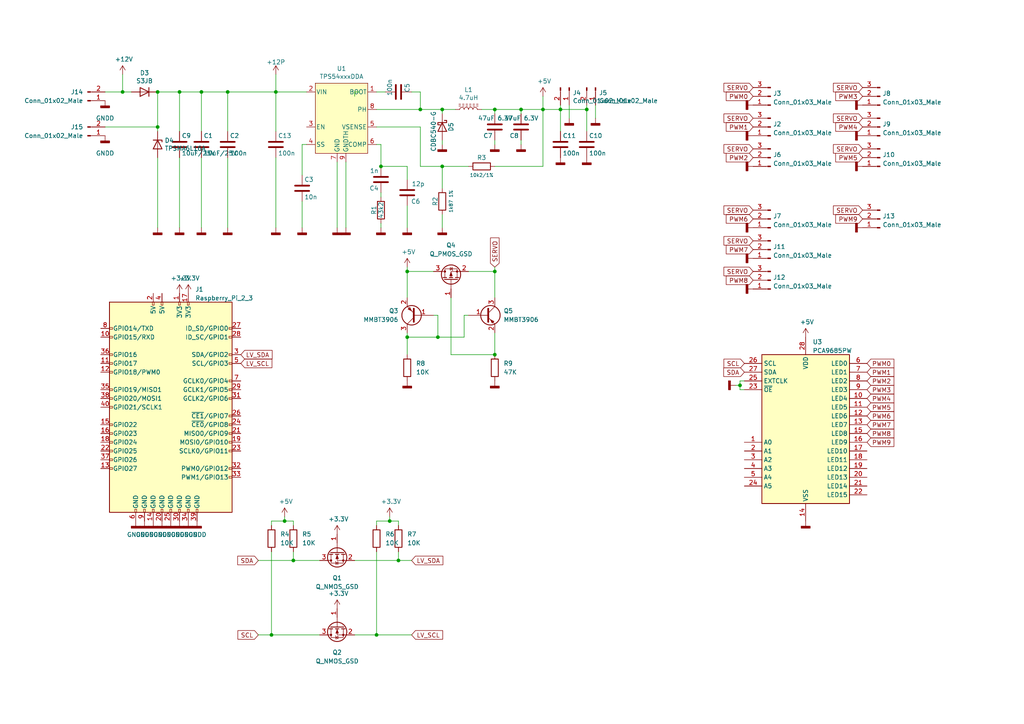
<source format=kicad_sch>
(kicad_sch (version 20211123) (generator eeschema)
  (paper "A4")
  (lib_symbols
    (symbol "Connector:Conn_01x02_Male" (pin_names (offset 1.016) hide)
      (property "Reference" "J" (at 0 2.54 0))
      (property "Value" "Conn_01x02_Male" (at 0 -5.08 0))
      (symbol "Conn_01x02_Male_1_1"
        (polyline (pts (xy 1.27 -2.54) (xy 0.8636 -2.54)) (stroke (width 0.1524)))
        (polyline (pts (xy 1.27 0) (xy 0.8636 0)) (stroke (width 0.1524)))
        (rectangle (start 0.8636 -2.413) (end 0 -2.667) (stroke (width 0.1524)) (fill (type outline)))
        (rectangle (start 0.8636 0.127) (end 0 -0.127) (stroke (width 0.1524)) (fill (type outline)))
        (pin passive line (at 5.08 0 180) (length 3.81) (name "Pin_1") (number "1"))
        (pin passive line (at 5.08 -2.54 180) (length 3.81) (name "Pin_2") (number "2"))
      )
    )
    (symbol "Connector:Conn_01x03_Male" (pin_names (offset 1.016) hide)
      (property "Reference" "J" (at 0 5.08 0))
      (property "Value" "Conn_01x03_Male" (at 0 -5.08 0))
      (symbol "Conn_01x03_Male_1_1"
        (polyline (pts (xy 1.27 -2.54) (xy 0.8636 -2.54)) (stroke (width 0.1524)))
        (polyline (pts (xy 1.27 0) (xy 0.8636 0)) (stroke (width 0.1524)))
        (polyline (pts (xy 1.27 2.54) (xy 0.8636 2.54)) (stroke (width 0.1524)))
        (rectangle (start 0.8636 -2.413) (end 0 -2.667) (stroke (width 0.1524)) (fill (type outline)))
        (rectangle (start 0.8636 0.127) (end 0 -0.127) (stroke (width 0.1524)) (fill (type outline)))
        (rectangle (start 0.8636 2.667) (end 0 2.413) (stroke (width 0.1524)) (fill (type outline)))
        (pin passive line (at 5.08 2.54 180) (length 3.81) (name "Pin_1") (number "1"))
        (pin passive line (at 5.08 0 180) (length 3.81) (name "Pin_2") (number "2"))
        (pin passive line (at 5.08 -2.54 180) (length 3.81) (name "Pin_3") (number "3"))
      )
    )
    (symbol "Connector:Raspberry_Pi_2_3" (pin_names (offset 1.016))
      (property "Reference" "J" (at -17.78 31.75 0))
      (property "Value" "Raspberry_Pi_2_3" (at 10.16 -31.75 0))
      (symbol "Raspberry_Pi_2_3_0_1"
        (rectangle (start -17.78 30.48) (end 17.78 -30.48) (stroke (width 0.254)) (fill (type background)))
      )
      (symbol "Raspberry_Pi_2_3_1_1"
        (rectangle (start -16.891 -17.526) (end -17.78 -18.034))
        (rectangle (start -16.891 -14.986) (end -17.78 -15.494))
        (rectangle (start -16.891 -12.446) (end -17.78 -12.954))
        (rectangle (start -16.891 -9.906) (end -17.78 -10.414))
        (rectangle (start -16.891 -7.366) (end -17.78 -7.874))
        (rectangle (start -16.891 -4.826) (end -17.78 -5.334))
        (rectangle (start -16.891 0.254) (end -17.78 -0.254))
        (rectangle (start -16.891 2.794) (end -17.78 2.286))
        (rectangle (start -16.891 5.334) (end -17.78 4.826))
        (rectangle (start -16.891 10.414) (end -17.78 9.906))
        (rectangle (start -16.891 12.954) (end -17.78 12.446))
        (rectangle (start -16.891 15.494) (end -17.78 14.986))
        (rectangle (start -16.891 20.574) (end -17.78 20.066))
        (rectangle (start -16.891 23.114) (end -17.78 22.606))
        (rectangle (start -10.414 -29.591) (end -9.906 -30.48))
        (rectangle (start -7.874 -29.591) (end -7.366 -30.48))
        (rectangle (start -5.334 -29.591) (end -4.826 -30.48))
        (rectangle (start -5.334 30.48) (end -4.826 29.591))
        (rectangle (start -2.794 -29.591) (end -2.286 -30.48))
        (rectangle (start -2.794 30.48) (end -2.286 29.591))
        (rectangle (start -0.254 -29.591) (end 0.254 -30.48))
        (rectangle (start 2.286 -29.591) (end 2.794 -30.48))
        (rectangle (start 2.286 30.48) (end 2.794 29.591))
        (rectangle (start 4.826 -29.591) (end 5.334 -30.48))
        (rectangle (start 4.826 30.48) (end 5.334 29.591))
        (rectangle (start 7.366 -29.591) (end 7.874 -30.48))
        (rectangle (start 17.78 -20.066) (end 16.891 -20.574))
        (rectangle (start 17.78 -17.526) (end 16.891 -18.034))
        (rectangle (start 17.78 -12.446) (end 16.891 -12.954))
        (rectangle (start 17.78 -9.906) (end 16.891 -10.414))
        (rectangle (start 17.78 -7.366) (end 16.891 -7.874))
        (rectangle (start 17.78 -4.826) (end 16.891 -5.334))
        (rectangle (start 17.78 -2.286) (end 16.891 -2.794))
        (rectangle (start 17.78 2.794) (end 16.891 2.286))
        (rectangle (start 17.78 5.334) (end 16.891 4.826))
        (rectangle (start 17.78 7.874) (end 16.891 7.366))
        (rectangle (start 17.78 12.954) (end 16.891 12.446))
        (rectangle (start 17.78 15.494) (end 16.891 14.986))
        (rectangle (start 17.78 20.574) (end 16.891 20.066))
        (rectangle (start 17.78 23.114) (end 16.891 22.606))
        (pin power_in line (at 2.54 33.02 270) (length 2.54) (name "3V3") (number "1"))
        (pin bidirectional line (at -20.32 20.32 0) (length 2.54) (name "GPIO15/RXD") (number "10"))
        (pin bidirectional line (at -20.32 12.7 0) (length 2.54) (name "GPIO17") (number "11"))
        (pin bidirectional line (at -20.32 10.16 0) (length 2.54) (name "GPIO18/PWM0") (number "12"))
        (pin bidirectional line (at -20.32 -17.78 0) (length 2.54) (name "GPIO27") (number "13"))
        (pin power_in line (at -5.08 -33.02 90) (length 2.54) (name "GND") (number "14"))
        (pin bidirectional line (at -20.32 -5.08 0) (length 2.54) (name "GPIO22") (number "15"))
        (pin bidirectional line (at -20.32 -7.62 0) (length 2.54) (name "GPIO23") (number "16"))
        (pin power_in line (at 5.08 33.02 270) (length 2.54) (name "3V3") (number "17"))
        (pin bidirectional line (at -20.32 -10.16 0) (length 2.54) (name "GPIO24") (number "18"))
        (pin bidirectional line (at 20.32 -10.16 180) (length 2.54) (name "MOSI0/GPIO10") (number "19"))
        (pin power_in line (at -5.08 33.02 270) (length 2.54) (name "5V") (number "2"))
        (pin power_in line (at -2.54 -33.02 90) (length 2.54) (name "GND") (number "20"))
        (pin bidirectional line (at 20.32 -7.62 180) (length 2.54) (name "MISO0/GPIO9") (number "21"))
        (pin bidirectional line (at -20.32 -12.7 0) (length 2.54) (name "GPIO25") (number "22"))
        (pin bidirectional line (at 20.32 -12.7 180) (length 2.54) (name "SCLK0/GPIO11") (number "23"))
        (pin bidirectional line (at 20.32 -5.08 180) (length 2.54) (name "~{CE0}/GPIO8") (number "24"))
        (pin power_in line (at 0 -33.02 90) (length 2.54) (name "GND") (number "25"))
        (pin bidirectional line (at 20.32 -2.54 180) (length 2.54) (name "~{CE1}/GPIO7") (number "26"))
        (pin bidirectional line (at 20.32 22.86 180) (length 2.54) (name "ID_SD/GPIO0") (number "27"))
        (pin bidirectional line (at 20.32 20.32 180) (length 2.54) (name "ID_SC/GPIO1") (number "28"))
        (pin bidirectional line (at 20.32 5.08 180) (length 2.54) (name "GCLK1/GPIO5") (number "29"))
        (pin bidirectional line (at 20.32 15.24 180) (length 2.54) (name "SDA/GPIO2") (number "3"))
        (pin power_in line (at 2.54 -33.02 90) (length 2.54) (name "GND") (number "30"))
        (pin bidirectional line (at 20.32 2.54 180) (length 2.54) (name "GCLK2/GPIO6") (number "31"))
        (pin bidirectional line (at 20.32 -17.78 180) (length 2.54) (name "PWM0/GPIO12") (number "32"))
        (pin bidirectional line (at 20.32 -20.32 180) (length 2.54) (name "PWM1/GPIO13") (number "33"))
        (pin power_in line (at 5.08 -33.02 90) (length 2.54) (name "GND") (number "34"))
        (pin bidirectional line (at -20.32 5.08 0) (length 2.54) (name "GPIO19/MISO1") (number "35"))
        (pin bidirectional line (at -20.32 15.24 0) (length 2.54) (name "GPIO16") (number "36"))
        (pin bidirectional line (at -20.32 -15.24 0) (length 2.54) (name "GPIO26") (number "37"))
        (pin bidirectional line (at -20.32 2.54 0) (length 2.54) (name "GPIO20/MOSI1") (number "38"))
        (pin power_in line (at 7.62 -33.02 90) (length 2.54) (name "GND") (number "39"))
        (pin power_in line (at -2.54 33.02 270) (length 2.54) (name "5V") (number "4"))
        (pin bidirectional line (at -20.32 0 0) (length 2.54) (name "GPIO21/SCLK1") (number "40"))
        (pin bidirectional line (at 20.32 12.7 180) (length 2.54) (name "SCL/GPIO3") (number "5"))
        (pin power_in line (at -10.16 -33.02 90) (length 2.54) (name "GND") (number "6"))
        (pin bidirectional line (at 20.32 7.62 180) (length 2.54) (name "GCLK0/GPIO4") (number "7"))
        (pin bidirectional line (at -20.32 22.86 0) (length 2.54) (name "GPIO14/TXD") (number "8"))
        (pin power_in line (at -7.62 -33.02 90) (length 2.54) (name "GND") (number "9"))
      )
    )
    (symbol "Device:C" (pin_numbers hide) (pin_names (offset 0.254))
      (property "Reference" "C" (at 0.635 2.54 0))
      (property "Value" "C" (at 0.635 -2.54 0))
      (symbol "C_0_1"
        (polyline (pts (xy -2.032 -0.762) (xy 2.032 -0.762)) (stroke (width 0.508)))
        (polyline (pts (xy -2.032 0.762) (xy 2.032 0.762)) (stroke (width 0.508)))
      )
      (symbol "C_1_1"
        (pin passive line (at 0 3.81 270) (length 2.794) (name "~") (number "1"))
        (pin passive line (at 0 -3.81 90) (length 2.794) (name "~") (number "2"))
      )
    )
    (symbol "Device:D" (pin_numbers hide) (pin_names (offset 1.016) hide)
      (property "Reference" "D" (at 0 2.54 0))
      (property "Value" "D" (at 0 -2.54 0))
      (symbol "D_0_1"
        (polyline (pts (xy -1.27 1.27) (xy -1.27 -1.27)) (stroke (width 0.254)))
        (polyline (pts (xy 1.27 0) (xy -1.27 0)))
        (polyline (pts (xy 1.27 1.27) (xy 1.27 -1.27) (xy -1.27 0) (xy 1.27 1.27)) (stroke (width 0.254)))
      )
      (symbol "D_1_1"
        (pin passive line (at -3.81 0 0) (length 2.54) (name "K") (number "1"))
        (pin passive line (at 3.81 0 180) (length 2.54) (name "A") (number "2"))
      )
    )
    (symbol "Device:D_Schottky" (pin_numbers hide) (pin_names (offset 1.016) hide)
      (property "Reference" "D" (at 0 2.54 0))
      (property "Value" "D_Schottky" (at 0 -2.54 0))
      (symbol "D_Schottky_0_1"
        (polyline (pts (xy 1.27 0) (xy -1.27 0)))
        (polyline (pts (xy 1.27 1.27) (xy 1.27 -1.27) (xy -1.27 0) (xy 1.27 1.27)) (stroke (width 0.254)))
        (polyline (pts (xy -1.905 0.635) (xy -1.905 1.27) (xy -1.27 1.27) (xy -1.27 -1.27) (xy -0.635 -1.27) (xy -0.635 -0.635)) (stroke (width 0.254)))
      )
      (symbol "D_Schottky_1_1"
        (pin passive line (at -3.81 0 0) (length 2.54) (name "K") (number "1"))
        (pin passive line (at 3.81 0 180) (length 2.54) (name "A") (number "2"))
      )
    )
    (symbol "Device:D_Zener" (pin_numbers hide) (pin_names (offset 1.016) hide)
      (property "Reference" "D" (at 0 2.54 0))
      (property "Value" "D_Zener" (at 0 -2.54 0))
      (symbol "D_Zener_0_1"
        (polyline (pts (xy 1.27 0) (xy -1.27 0)))
        (polyline (pts (xy -1.27 -1.27) (xy -1.27 1.27) (xy -0.762 1.27)) (stroke (width 0.254)))
        (polyline (pts (xy 1.27 -1.27) (xy 1.27 1.27) (xy -1.27 0) (xy 1.27 -1.27)) (stroke (width 0.254)))
      )
      (symbol "D_Zener_1_1"
        (pin passive line (at -3.81 0 0) (length 2.54) (name "K") (number "1"))
        (pin passive line (at 3.81 0 180) (length 2.54) (name "A") (number "2"))
      )
    )
    (symbol "Device:L_Ferrite" (pin_numbers hide) (pin_names (offset 1.016) hide)
      (property "Reference" "L" (at -1.27 0 90))
      (property "Value" "L_Ferrite" (at 2.794 0 90))
      (symbol "L_Ferrite_0_1"
        (arc (start 0 -2.54) (mid 0.635 -1.905) (end 0 -1.27))
        (arc (start 0 -1.27) (mid 0.635 -0.635) (end 0 0))
        (polyline (pts (xy 1.016 -2.794) (xy 1.016 -2.286)))
        (polyline (pts (xy 1.016 -1.778) (xy 1.016 -1.27)))
        (polyline (pts (xy 1.016 -0.762) (xy 1.016 -0.254)))
        (polyline (pts (xy 1.016 0.254) (xy 1.016 0.762)))
        (polyline (pts (xy 1.016 1.27) (xy 1.016 1.778)))
        (polyline (pts (xy 1.016 2.286) (xy 1.016 2.794)))
        (polyline (pts (xy 1.524 -2.286) (xy 1.524 -2.794)))
        (polyline (pts (xy 1.524 -1.27) (xy 1.524 -1.778)))
        (polyline (pts (xy 1.524 -0.254) (xy 1.524 -0.762)))
        (polyline (pts (xy 1.524 0.762) (xy 1.524 0.254)))
        (polyline (pts (xy 1.524 1.778) (xy 1.524 1.27)))
        (polyline (pts (xy 1.524 2.794) (xy 1.524 2.286)))
        (arc (start 0 0) (mid 0.635 0.635) (end 0 1.27))
        (arc (start 0 1.27) (mid 0.635 1.905) (end 0 2.54))
      )
      (symbol "L_Ferrite_1_1"
        (pin passive line (at 0 3.81 270) (length 1.27) (name "1") (number "1"))
        (pin passive line (at 0 -3.81 90) (length 1.27) (name "2") (number "2"))
      )
    )
    (symbol "Device:Q_NMOS_GSD" (pin_names (offset 0) hide)
      (property "Reference" "Q" (at 5.08 1.27 0))
      (property "Value" "Q_NMOS_GSD" (at 5.08 -1.27 0))
      (symbol "Q_NMOS_GSD_0_1"
        (polyline (pts (xy 0.254 0) (xy -2.54 0)))
        (polyline (pts (xy 0.254 1.905) (xy 0.254 -1.905)) (stroke (width 0.254)))
        (polyline (pts (xy 0.762 -1.27) (xy 0.762 -2.286)) (stroke (width 0.254)))
        (polyline (pts (xy 0.762 0.508) (xy 0.762 -0.508)) (stroke (width 0.254)))
        (polyline (pts (xy 0.762 2.286) (xy 0.762 1.27)) (stroke (width 0.254)))
        (polyline (pts (xy 2.54 2.54) (xy 2.54 1.778)))
        (polyline (pts (xy 2.54 -2.54) (xy 2.54 0) (xy 0.762 0)))
        (polyline (pts (xy 0.762 -1.778) (xy 3.302 -1.778) (xy 3.302 1.778) (xy 0.762 1.778)))
        (polyline (pts (xy 1.016 0) (xy 2.032 0.381) (xy 2.032 -0.381) (xy 1.016 0)) (fill (type outline)))
        (polyline (pts (xy 2.794 0.508) (xy 2.921 0.381) (xy 3.683 0.381) (xy 3.81 0.254)))
        (polyline (pts (xy 3.302 0.381) (xy 2.921 -0.254) (xy 3.683 -0.254) (xy 3.302 0.381)))
        (circle (center 1.651 0) (radius 2.794) (stroke (width 0.254)))
        (circle (center 2.54 -1.778) (radius 0.254) (fill (type outline)))
        (circle (center 2.54 1.778) (radius 0.254) (fill (type outline)))
      )
      (symbol "Q_NMOS_GSD_1_1"
        (pin input line (at -5.08 0 0) (length 2.54) (name "G") (number "1"))
        (pin passive line (at 2.54 -5.08 90) (length 2.54) (name "S") (number "2"))
        (pin passive line (at 2.54 5.08 270) (length 2.54) (name "D") (number "3"))
      )
    )
    (symbol "Device:Q_PMOS_GSD" (pin_names (offset 0) hide)
      (property "Reference" "Q" (at 5.08 1.27 0))
      (property "Value" "Q_PMOS_GSD" (at 5.08 -1.27 0))
      (symbol "Q_PMOS_GSD_0_1"
        (polyline (pts (xy 0.254 0) (xy -2.54 0)))
        (polyline (pts (xy 0.254 1.905) (xy 0.254 -1.905)) (stroke (width 0.254)))
        (polyline (pts (xy 0.762 -1.27) (xy 0.762 -2.286)) (stroke (width 0.254)))
        (polyline (pts (xy 0.762 0.508) (xy 0.762 -0.508)) (stroke (width 0.254)))
        (polyline (pts (xy 0.762 2.286) (xy 0.762 1.27)) (stroke (width 0.254)))
        (polyline (pts (xy 2.54 2.54) (xy 2.54 1.778)))
        (polyline (pts (xy 2.54 -2.54) (xy 2.54 0) (xy 0.762 0)))
        (polyline (pts (xy 0.762 1.778) (xy 3.302 1.778) (xy 3.302 -1.778) (xy 0.762 -1.778)))
        (polyline (pts (xy 2.286 0) (xy 1.27 0.381) (xy 1.27 -0.381) (xy 2.286 0)) (fill (type outline)))
        (polyline (pts (xy 2.794 -0.508) (xy 2.921 -0.381) (xy 3.683 -0.381) (xy 3.81 -0.254)))
        (polyline (pts (xy 3.302 -0.381) (xy 2.921 0.254) (xy 3.683 0.254) (xy 3.302 -0.381)))
        (circle (center 1.651 0) (radius 2.794) (stroke (width 0.254)))
        (circle (center 2.54 -1.778) (radius 0.254) (fill (type outline)))
        (circle (center 2.54 1.778) (radius 0.254) (fill (type outline)))
      )
      (symbol "Q_PMOS_GSD_1_1"
        (pin input line (at -5.08 0 0) (length 2.54) (name "G") (number "1"))
        (pin passive line (at 2.54 -5.08 90) (length 2.54) (name "S") (number "2"))
        (pin passive line (at 2.54 5.08 270) (length 2.54) (name "D") (number "3"))
      )
    )
    (symbol "Device:R" (pin_numbers hide) (pin_names (offset 0))
      (property "Reference" "R" (at 2.032 0 90))
      (property "Value" "R" (at 0 0 90))
      (symbol "R_0_1"
        (rectangle (start -1.016 -2.54) (end 1.016 2.54) (stroke (width 0.254)))
      )
      (symbol "R_1_1"
        (pin passive line (at 0 3.81 270) (length 1.27) (name "~") (number "1"))
        (pin passive line (at 0 -3.81 90) (length 1.27) (name "~") (number "2"))
      )
    )
    (symbol "Driver_LED:PCA9685PW"
      (property "Reference" "U" (at -12.7 22.225 0))
      (property "Value" "PCA9685PW" (at 1.27 22.225 0))
      (symbol "PCA9685PW_0_1"
        (rectangle (start -12.7 20.32) (end 12.7 -22.86) (stroke (width 0.254)) (fill (type background)))
      )
      (symbol "PCA9685PW_1_1"
        (pin input line (at -17.78 -5.08 0) (length 5.08) (name "A0") (number "1"))
        (pin output line (at 17.78 7.62 180) (length 5.08) (name "LED4") (number "10"))
        (pin output line (at 17.78 5.08 180) (length 5.08) (name "LED5") (number "11"))
        (pin output line (at 17.78 2.54 180) (length 5.08) (name "LED6") (number "12"))
        (pin output line (at 17.78 0 180) (length 5.08) (name "LED7") (number "13"))
        (pin power_in line (at 0 -27.94 90) (length 5.08) (name "VSS") (number "14"))
        (pin output line (at 17.78 -2.54 180) (length 5.08) (name "LED8") (number "15"))
        (pin output line (at 17.78 -5.08 180) (length 5.08) (name "LED9") (number "16"))
        (pin output line (at 17.78 -7.62 180) (length 5.08) (name "LED10") (number "17"))
        (pin output line (at 17.78 -10.16 180) (length 5.08) (name "LED11") (number "18"))
        (pin output line (at 17.78 -12.7 180) (length 5.08) (name "LED12") (number "19"))
        (pin input line (at -17.78 -7.62 0) (length 5.08) (name "A1") (number "2"))
        (pin output line (at 17.78 -15.24 180) (length 5.08) (name "LED13") (number "20"))
        (pin output line (at 17.78 -17.78 180) (length 5.08) (name "LED14") (number "21"))
        (pin output line (at 17.78 -20.32 180) (length 5.08) (name "LED15") (number "22"))
        (pin input line (at -17.78 10.16 0) (length 5.08) (name "~{OE}") (number "23"))
        (pin input line (at -17.78 -17.78 0) (length 5.08) (name "A5") (number "24"))
        (pin input line (at -17.78 12.7 0) (length 5.08) (name "EXTCLK") (number "25"))
        (pin input line (at -17.78 17.78 0) (length 5.08) (name "SCL") (number "26"))
        (pin bidirectional line (at -17.78 15.24 0) (length 5.08) (name "SDA") (number "27"))
        (pin power_in line (at 0 25.4 270) (length 5.08) (name "VDD") (number "28"))
        (pin input line (at -17.78 -10.16 0) (length 5.08) (name "A2") (number "3"))
        (pin input line (at -17.78 -12.7 0) (length 5.08) (name "A3") (number "4"))
        (pin input line (at -17.78 -15.24 0) (length 5.08) (name "A4") (number "5"))
        (pin output line (at 17.78 17.78 180) (length 5.08) (name "LED0") (number "6"))
        (pin output line (at 17.78 15.24 180) (length 5.08) (name "LED1") (number "7"))
        (pin output line (at 17.78 12.7 180) (length 5.08) (name "LED2") (number "8"))
        (pin output line (at 17.78 10.16 180) (length 5.08) (name "LED3") (number "9"))
      )
    )
    (symbol "GNDD_1" (power) (pin_names (offset 0))
      (property "Value" "GNDD_1" (at 0 -3.175 0))
      (symbol "GNDD_1_0_1"
        (rectangle (start -1.27 -1.524) (end 1.27 -2.032) (stroke (width 0.254)) (fill (type outline)))
        (polyline (pts (xy 0 0) (xy 0 -1.524)))
      )
      (symbol "GNDD_1_1_1"
        (pin power_in line (at 0 0 270) (length 0) hide (name "GNDD") (number "1"))
      )
    )
    (symbol "Transistor_BJT:MMBT3906" (pin_names (offset 0) hide)
      (property "Reference" "Q" (at 5.08 1.905 0))
      (property "Value" "MMBT3906" (at 5.08 0 0))
      (symbol "MMBT3906_0_1"
        (polyline (pts (xy 0.635 0.635) (xy 2.54 2.54)))
        (polyline (pts (xy 0.635 -0.635) (xy 2.54 -2.54) (xy 2.54 -2.54)))
        (polyline (pts (xy 0.635 1.905) (xy 0.635 -1.905) (xy 0.635 -1.905)) (stroke (width 0.508)))
        (polyline (pts (xy 2.286 -1.778) (xy 1.778 -2.286) (xy 1.27 -1.27) (xy 2.286 -1.778) (xy 2.286 -1.778)) (fill (type outline)))
        (circle (center 1.27 0) (radius 2.8194) (stroke (width 0.254)))
      )
      (symbol "MMBT3906_1_1"
        (pin input line (at -5.08 0 0) (length 5.715) (name "B") (number "1"))
        (pin passive line (at 2.54 -5.08 90) (length 2.54) (name "E") (number "2"))
        (pin passive line (at 2.54 5.08 270) (length 2.54) (name "C") (number "3"))
      )
    )
    (symbol "power:+12P" (power) (pin_names (offset 0))
      (property "Value" "+12P" (at 0 3.556 0))
      (symbol "+12P_0_1"
        (polyline (pts (xy -0.762 1.27) (xy 0 2.54)))
        (polyline (pts (xy 0 0) (xy 0 2.54)))
        (polyline (pts (xy 0 2.54) (xy 0.762 1.27)))
      )
      (symbol "+12P_1_1"
        (pin power_in line (at 0 0 90) (length 0) hide (name "+12P") (number "1"))
      )
    )
    (symbol "power:+12V" (power) (pin_names (offset 0))
      (property "Value" "+12V" (at 0 3.556 0))
      (symbol "+12V_0_1"
        (polyline (pts (xy -0.762 1.27) (xy 0 2.54)))
        (polyline (pts (xy 0 0) (xy 0 2.54)))
        (polyline (pts (xy 0 2.54) (xy 0.762 1.27)))
      )
      (symbol "+12V_1_1"
        (pin power_in line (at 0 0 90) (length 0) hide (name "+12V") (number "1"))
      )
    )
    (symbol "power:+3.3V" (power) (pin_names (offset 0))
      (property "Value" "+3.3V" (at 0 3.556 0))
      (symbol "+3.3V_0_1"
        (polyline (pts (xy -0.762 1.27) (xy 0 2.54)))
        (polyline (pts (xy 0 0) (xy 0 2.54)))
        (polyline (pts (xy 0 2.54) (xy 0.762 1.27)))
      )
      (symbol "+3.3V_1_1"
        (pin power_in line (at 0 0 90) (length 0) hide (name "+3.3V") (number "1"))
      )
    )
    (symbol "power:+5V" (power) (pin_names (offset 0))
      (property "Value" "+5V" (at 0 3.556 0))
      (symbol "+5V_0_1"
        (polyline (pts (xy -0.762 1.27) (xy 0 2.54)))
        (polyline (pts (xy 0 0) (xy 0 2.54)))
        (polyline (pts (xy 0 2.54) (xy 0.762 1.27)))
      )
      (symbol "+5V_1_1"
        (pin power_in line (at 0 0 90) (length 0) hide (name "+5V") (number "1"))
      )
    )
    (symbol "power:GNDD" (power) (pin_names (offset 0))
      (property "Value" "GNDD" (at 0 -3.175 0))
      (symbol "GNDD_0_1"
        (rectangle (start -1.27 -1.524) (end 1.27 -2.032) (stroke (width 0.254)) (fill (type outline)))
        (polyline (pts (xy 0 0) (xy 0 -1.524)))
      )
      (symbol "GNDD_1_1"
        (pin power_in line (at 0 0 270) (length 0) hide (name "GNDD") (number "1"))
      )
    )
    (symbol "tps54531dda:TPS54531DDA" (pin_names (offset 0.254))
      (property "Reference" "U" (at -7.62 11.43 0))
      (property "Value" "TPS54531DDA" (at -7.62 8.89 0))
      (symbol "TPS54531DDA_0_1"
        (rectangle (start -7.62 7.62) (end 7.62 -12.7) (fill (type background)))
      )
      (symbol "TPS54531DDA_1_1"
        (pin input line (at 10.16 5.08 180) (length 2.54) (name "BOOT") (number "1"))
        (pin power_in line (at -10.16 5.08 0) (length 2.54) (name "VIN") (number "2"))
        (pin input line (at -10.16 -5.08 0) (length 2.54) (name "EN") (number "3"))
        (pin input line (at -10.16 -10.16 0) (length 2.54) (name "SS") (number "4"))
        (pin input line (at 10.16 -5.08 180) (length 2.54) (name "VSENSE") (number "5"))
        (pin passive line (at 10.16 -10.16 180) (length 2.54) (name "COMP") (number "6"))
        (pin power_in line (at -1.27 -15.24 90) (length 2.54) (name "GND") (number "7"))
        (pin output line (at 10.16 0 180) (length 2.54) (name "PH") (number "8"))
        (pin power_in line (at 1.27 -15.24 90) (length 2.54) (name "GNDTH") (number "9"))
      )
    )
  )
  (junction (at 80.01 26.67))
  (junction (at 85.09 162.56))
  (junction (at 109.22 184.15))
  (junction (at 170.18 31.75))
  (junction (at 82.55 151.13))
  (junction (at 157.48 31.75))
  (junction (at 110.49 48.26))
  (junction (at 143.51 31.75))
  (junction (at 45.72 36.83))
  (junction (at 151.13 31.75))
  (junction (at 78.74 184.15))
  (junction (at 128.27 48.26))
  (junction (at 52.07 26.67))
  (junction (at 66.04 26.67))
  (junction (at 118.11 97.79))
  (junction (at 162.56 31.75))
  (junction (at 45.72 26.67))
  (junction (at 143.51 102.87))
  (junction (at 115.57 162.56))
  (junction (at 121.92 31.75))
  (junction (at 128.27 31.75))
  (junction (at 118.11 78.74))
  (junction (at 127 97.79))
  (junction (at 58.42 26.67))
  (junction (at 143.51 78.74))
  (junction (at 113.03 151.13))
  (junction (at 214.63 111.76))
  (junction (at 35.56 26.67))
  (wire (pts (xy 121.92 31.75) (xy 128.27 31.75)))
  (wire (pts (xy 113.03 151.13) (xy 115.57 151.13)))
  (wire (pts (xy 78.74 151.13) (xy 82.55 151.13)))
  (wire (pts (xy 128.27 31.75) (xy 128.27 33.02)))
  (wire (pts (xy 127 91.44) (xy 127 97.79)))
  (wire (pts (xy 119.38 26.67) (xy 121.92 26.67)))
  (wire (pts (xy 214.63 111.76) (xy 214.63 113.03)))
  (wire (pts (xy 143.51 96.52) (xy 143.51 102.87)))
  (wire (pts (xy 165.1 34.29) (xy 165.1 30.48)))
  (wire (pts (xy 82.55 151.13) (xy 85.09 151.13)))
  (wire (pts (xy 128.27 31.75) (xy 132.08 31.75)))
  (wire (pts (xy 102.87 184.15) (xy 109.22 184.15)))
  (wire (pts (xy 35.56 26.67) (xy 38.1 26.67)))
  (wire (pts (xy 172.72 34.29) (xy 172.72 30.48)))
  (wire (pts (xy 162.56 30.48) (xy 162.56 31.75)))
  (wire (pts (xy 30.48 26.67) (xy 35.56 26.67)))
  (wire (pts (xy 143.51 41.91) (xy 143.51 40.64)))
  (wire (pts (xy 82.55 149.86) (xy 82.55 151.13)))
  (wire (pts (xy 143.51 102.87) (xy 130.81 102.87)))
  (wire (pts (xy 45.72 45.72) (xy 45.72 66.04)))
  (wire (pts (xy 143.51 31.75) (xy 151.13 31.75)))
  (wire (pts (xy 58.42 26.67) (xy 66.04 26.67)))
  (wire (pts (xy 85.09 162.56) (xy 92.71 162.56)))
  (wire (pts (xy 80.01 26.67) (xy 88.9 26.67)))
  (wire (pts (xy 162.56 31.75) (xy 162.56 38.1)))
  (wire (pts (xy 102.87 26.67) (xy 104.14 26.67)))
  (wire (pts (xy 52.07 26.67) (xy 58.42 26.67)))
  (wire (pts (xy 58.42 26.67) (xy 58.42 38.1)))
  (wire (pts (xy 45.72 26.67) (xy 45.72 36.83)))
  (wire (pts (xy 35.56 21.59) (xy 35.56 26.67)))
  (wire (pts (xy 118.11 96.52) (xy 118.11 97.79)))
  (wire (pts (xy 109.22 151.13) (xy 113.03 151.13)))
  (wire (pts (xy 80.01 21.59) (xy 80.01 26.67)))
  (wire (pts (xy 128.27 66.04) (xy 128.27 62.23)))
  (wire (pts (xy 135.89 48.26) (xy 128.27 48.26)))
  (wire (pts (xy 78.74 160.02) (xy 78.74 184.15)))
  (wire (pts (xy 128.27 54.61) (xy 128.27 48.26)))
  (wire (pts (xy 115.57 162.56) (xy 119.38 162.56)))
  (wire (pts (xy 118.11 59.69) (xy 118.11 66.04)))
  (wire (pts (xy 113.03 149.86) (xy 113.03 151.13)))
  (wire (pts (xy 118.11 78.74) (xy 125.73 78.74)))
  (wire (pts (xy 102.87 27.94) (xy 102.87 26.67)))
  (wire (pts (xy 118.11 48.26) (xy 110.49 48.26)))
  (wire (pts (xy 128.27 41.91) (xy 128.27 40.64)))
  (wire (pts (xy 134.62 91.44) (xy 135.89 91.44)))
  (wire (pts (xy 118.11 97.79) (xy 127 97.79)))
  (wire (pts (xy 118.11 48.26) (xy 118.11 52.07)))
  (wire (pts (xy 143.51 77.47) (xy 143.51 78.74)))
  (wire (pts (xy 134.62 97.79) (xy 134.62 91.44)))
  (wire (pts (xy 109.22 26.67) (xy 111.76 26.67)))
  (wire (pts (xy 118.11 97.79) (xy 118.11 102.87)))
  (wire (pts (xy 215.9 110.49) (xy 214.63 110.49)))
  (wire (pts (xy 97.79 46.99) (xy 97.79 66.04)))
  (wire (pts (xy 139.7 31.75) (xy 143.51 31.75)))
  (wire (pts (xy 162.56 31.75) (xy 170.18 31.75)))
  (wire (pts (xy 170.18 30.48) (xy 170.18 31.75)))
  (wire (pts (xy 52.07 45.72) (xy 52.07 66.04)))
  (wire (pts (xy 66.04 38.1) (xy 66.04 26.67)))
  (wire (pts (xy 135.89 78.74) (xy 143.51 78.74)))
  (wire (pts (xy 214.63 110.49) (xy 214.63 111.76)))
  (wire (pts (xy 30.48 36.83) (xy 45.72 36.83)))
  (wire (pts (xy 58.42 45.72) (xy 58.42 66.04)))
  (wire (pts (xy 100.33 46.99) (xy 100.33 66.04)))
  (wire (pts (xy 87.63 58.42) (xy 87.63 66.04)))
  (wire (pts (xy 80.01 45.72) (xy 80.01 66.04)))
  (wire (pts (xy 66.04 45.72) (xy 66.04 66.04)))
  (wire (pts (xy 118.11 86.36) (xy 118.11 78.74)))
  (wire (pts (xy 45.72 36.83) (xy 45.72 38.1)))
  (wire (pts (xy 121.92 26.67) (xy 121.92 31.75)))
  (wire (pts (xy 151.13 31.75) (xy 157.48 31.75)))
  (wire (pts (xy 143.51 48.26) (xy 157.48 48.26)))
  (wire (pts (xy 130.81 102.87) (xy 130.81 86.36)))
  (wire (pts (xy 85.09 160.02) (xy 85.09 162.56)))
  (wire (pts (xy 151.13 41.91) (xy 151.13 40.64)))
  (wire (pts (xy 110.49 64.77) (xy 110.49 66.04)))
  (wire (pts (xy 109.22 41.91) (xy 110.49 41.91)))
  (wire (pts (xy 110.49 55.88) (xy 110.49 57.15)))
  (wire (pts (xy 121.92 36.83) (xy 121.92 48.26)))
  (wire (pts (xy 115.57 151.13) (xy 115.57 152.4)))
  (wire (pts (xy 109.22 152.4) (xy 109.22 151.13)))
  (wire (pts (xy 213.36 111.76) (xy 214.63 111.76)))
  (wire (pts (xy 66.04 26.67) (xy 80.01 26.67)))
  (wire (pts (xy 80.01 38.1) (xy 80.01 26.67)))
  (wire (pts (xy 45.72 26.67) (xy 52.07 26.67)))
  (wire (pts (xy 151.13 33.02) (xy 151.13 31.75)))
  (wire (pts (xy 143.51 78.74) (xy 143.51 86.36)))
  (wire (pts (xy 110.49 41.91) (xy 110.49 48.26)))
  (wire (pts (xy 157.48 31.75) (xy 157.48 48.26)))
  (wire (pts (xy 125.73 91.44) (xy 127 91.44)))
  (wire (pts (xy 109.22 184.15) (xy 119.38 184.15)))
  (wire (pts (xy 74.93 184.15) (xy 78.74 184.15)))
  (wire (pts (xy 157.48 27.94) (xy 157.48 31.75)))
  (wire (pts (xy 78.74 184.15) (xy 92.71 184.15)))
  (wire (pts (xy 157.48 31.75) (xy 162.56 31.75)))
  (wire (pts (xy 115.57 160.02) (xy 115.57 162.56)))
  (wire (pts (xy 121.92 48.26) (xy 128.27 48.26)))
  (wire (pts (xy 78.74 152.4) (xy 78.74 151.13)))
  (wire (pts (xy 109.22 160.02) (xy 109.22 184.15)))
  (wire (pts (xy 102.87 162.56) (xy 115.57 162.56)))
  (wire (pts (xy 74.93 162.56) (xy 85.09 162.56)))
  (wire (pts (xy 127 97.79) (xy 134.62 97.79)))
  (wire (pts (xy 87.63 41.91) (xy 87.63 50.8)))
  (wire (pts (xy 109.22 31.75) (xy 121.92 31.75)))
  (wire (pts (xy 52.07 26.67) (xy 52.07 38.1)))
  (wire (pts (xy 118.11 77.47) (xy 118.11 78.74)))
  (wire (pts (xy 143.51 33.02) (xy 143.51 31.75)))
  (wire (pts (xy 214.63 113.03) (xy 215.9 113.03)))
  (wire (pts (xy 88.9 41.91) (xy 87.63 41.91)))
  (wire (pts (xy 85.09 151.13) (xy 85.09 152.4)))
  (wire (pts (xy 170.18 31.75) (xy 170.18 38.1)))
  (wire (pts (xy 109.22 36.83) (xy 121.92 36.83)))
  (global_label "PWM5" (shape input) (at 250.19 45.72 180) (property "Intersheet References" "${INTERSHEET_REFS}" (effects hide)))
  (global_label "SERVO" (shape input) (at 218.44 43.18 180) (property "Intersheet References" "${INTERSHEET_REFS}" (effects hide)))
  (global_label "PWM1" (shape input) (at 218.44 36.83 180) (property "Intersheet References" "${INTERSHEET_REFS}" (effects hide)))
  (global_label "PWM6" (shape input) (at 218.44 63.5 180) (property "Intersheet References" "${INTERSHEET_REFS}" (effects hide)))
  (global_label "SDA" (shape input) (at 74.93 162.56 180) (property "Intersheet References" "${INTERSHEET_REFS}" (effects hide)))
  (global_label "SERVO" (shape input) (at 143.51 77.47 90) (property "Intersheet References" "${INTERSHEET_REFS}" (effects hide)))
  (global_label "SERVO" (shape input) (at 218.44 25.4 180) (property "Intersheet References" "${INTERSHEET_REFS}" (effects hide)))
  (global_label "SCL" (shape input) (at 74.93 184.15 180) (property "Intersheet References" "${INTERSHEET_REFS}" (effects hide)))
  (global_label "LV_SDA" (shape input) (at 119.38 162.56 0) (property "Intersheet References" "${INTERSHEET_REFS}" (effects hide)))
  (global_label "PWM0" (shape input) (at 218.44 27.94 180) (property "Intersheet References" "${INTERSHEET_REFS}" (effects hide)))
  (global_label "SERVO" (shape input) (at 218.44 78.74 180) (property "Intersheet References" "${INTERSHEET_REFS}" (effects hide)))
  (global_label "PWM4" (shape input) (at 250.19 36.83 180) (property "Intersheet References" "${INTERSHEET_REFS}" (effects hide)))
  (global_label "SERVO" (shape input) (at 218.44 69.85 180) (property "Intersheet References" "${INTERSHEET_REFS}" (effects hide)))
  (global_label "PWM2" (shape input) (at 251.46 110.49 0) (property "Intersheet References" "${INTERSHEET_REFS}" (effects hide)))
  (global_label "PWM6" (shape input) (at 251.46 120.65 0) (property "Intersheet References" "${INTERSHEET_REFS}" (effects hide)))
  (global_label "PWM1" (shape input) (at 251.46 107.95 0) (property "Intersheet References" "${INTERSHEET_REFS}" (effects hide)))
  (global_label "SCL" (shape input) (at 215.9 105.41 180) (property "Intersheet References" "${INTERSHEET_REFS}" (effects hide)))
  (global_label "PWM5" (shape input) (at 251.46 118.11 0) (property "Intersheet References" "${INTERSHEET_REFS}" (effects hide)))
  (global_label "PWM8" (shape input) (at 251.46 125.73 0) (property "Intersheet References" "${INTERSHEET_REFS}" (effects hide)))
  (global_label "SERVO" (shape input) (at 250.19 25.4 180) (property "Intersheet References" "${INTERSHEET_REFS}" (effects hide)))
  (global_label "PWM3" (shape input) (at 251.46 113.03 0) (property "Intersheet References" "${INTERSHEET_REFS}" (effects hide)))
  (global_label "PWM9" (shape input) (at 251.46 128.27 0) (property "Intersheet References" "${INTERSHEET_REFS}" (effects hide)))
  (global_label "LV_SDA" (shape input) (at 69.85 102.87 0) (property "Intersheet References" "${INTERSHEET_REFS}" (effects hide)))
  (global_label "LV_SCL" (shape input) (at 69.85 105.41 0) (property "Intersheet References" "${INTERSHEET_REFS}" (effects hide)))
  (global_label "LV_SCL" (shape input) (at 119.38 184.15 0) (property "Intersheet References" "${INTERSHEET_REFS}" (effects hide)))
  (global_label "SERVO" (shape input) (at 218.44 60.96 180) (property "Intersheet References" "${INTERSHEET_REFS}" (effects hide)))
  (global_label "PWM2" (shape input) (at 218.44 45.72 180) (property "Intersheet References" "${INTERSHEET_REFS}" (effects hide)))
  (global_label "PWM4" (shape input) (at 251.46 115.57 0) (property "Intersheet References" "${INTERSHEET_REFS}" (effects hide)))
  (global_label "PWM8" (shape input) (at 218.44 81.28 180) (property "Intersheet References" "${INTERSHEET_REFS}" (effects hide)))
  (global_label "SERVO" (shape input) (at 218.44 34.29 180) (property "Intersheet References" "${INTERSHEET_REFS}" (effects hide)))
  (global_label "PWM7" (shape input) (at 218.44 72.39 180) (property "Intersheet References" "${INTERSHEET_REFS}" (effects hide)))
  (global_label "PWM3" (shape input) (at 250.19 27.94 180) (property "Intersheet References" "${INTERSHEET_REFS}" (effects hide)))
  (global_label "PWM7" (shape input) (at 251.46 123.19 0) (property "Intersheet References" "${INTERSHEET_REFS}" (effects hide)))
  (global_label "PWM9" (shape input) (at 250.19 63.5 180) (property "Intersheet References" "${INTERSHEET_REFS}" (effects hide)))
  (global_label "SDA" (shape input) (at 215.9 107.95 180) (property "Intersheet References" "${INTERSHEET_REFS}" (effects hide)))
  (global_label "SERVO" (shape input) (at 250.19 60.96 180) (property "Intersheet References" "${INTERSHEET_REFS}" (effects hide)))
  (global_label "SERVO" (shape input) (at 250.19 34.29 180) (property "Intersheet References" "${INTERSHEET_REFS}" (effects hide)))
  (global_label "PWM0" (shape input) (at 251.46 105.41 0) (property "Intersheet References" "${INTERSHEET_REFS}" (effects hide)))
  (global_label "SERVO" (shape input) (at 250.19 43.18 180) (property "Intersheet References" "${INTERSHEET_REFS}" (effects hide)))
  (symbol (lib_id "Device:C") (at 58.42 41.91 0) (unit 1)
    (property "Reference" "C1" (at 59.055 39.37 0) (effects (justify left)))
    (property "Value" "10uF/25V" (at 59.055 44.45 0) (effects (justify left)))
    (property "Footprint" "Capacitor_SMD:C_0805_2012Metric" (effects hide))
  )
  (symbol (lib_id "power:GNDD") (at 58.42 66.04 0) (unit 1)
    (property "Reference" "#PWR03" (effects hide))
    (property "Value" "GNDD" (effects hide))
  )
  (symbol (lib_id "Device:D_Schottky") (at 128.27 36.83 270) (unit 1)
    (property "Reference" "D5" (at 130.81 36.83 0))
    (property "Value" "CDBC540-G" (at 125.73 38.1 0))
    (property "Footprint" "Diode_SMD:D_SMC" (effects hide))
    (property "Datasheet" "https://www.mouser.com/ds/2/115/ds13004-70120.pdf" (effects hide))
  )
  (symbol (lib_id "power:GNDD") (at 110.49 66.04 0) (unit 1)
    (property "Reference" "#PWR08" (effects hide))
    (property "Value" "GNDD" (effects hide))
  )
  (symbol (lib_id "power:GNDD") (at 128.27 66.04 0) (unit 1)
    (property "Reference" "#PWR011" (effects hide))
    (property "Value" "GNDD" (effects hide))
  )
  (symbol (lib_id "Device:C") (at 115.57 26.67 270) (unit 1)
    (property "Reference" "C5" (at 118.11 24.13 0) (effects (justify left)))
    (property "Value" "100n" (at 113.03 22.86 0) (effects (justify left)))
    (property "Footprint" "Capacitor_SMD:C_0603_1608Metric" (effects hide))
  )
  (symbol (lib_id "power:GNDD") (at 128.27 41.91 0) (unit 1)
    (property "Reference" "#PWR010" (effects hide))
    (property "Value" "GNDD" (effects hide))
  )
  (symbol (lib_id "Device:R") (at 139.7 48.26 270) (unit 1)
    (property "Reference" "R3" (at 139.7 45.72 90))
    (property "Value" "10k2/1%" (at 139.7 50.8 90) (effects (font (size 0.9906 0.9906))))
    (property "Footprint" "Resistor_SMD:R_0603_1608Metric" (effects hide))
  )
  (symbol (lib_id "Device:R") (at 128.27 58.42 180) (unit 1)
    (property "Reference" "R2" (at 126.238 58.42 90))
    (property "Value" "1k87 1%" (at 130.81 58.42 90) (effects (font (size 0.9906 0.9906))))
    (property "Footprint" "Resistor_SMD:R_0603_1608Metric" (effects hide))
  )
  (symbol (lib_id "Device:C") (at 143.51 36.83 180) (unit 1)
    (property "Reference" "C7" (at 142.875 39.37 0) (effects (justify left)))
    (property "Value" "47uF 6.3V" (at 148.59 34.29 0) (effects (justify left)))
    (property "Footprint" "Capacitor_SMD:C_1210_3225Metric" (effects hide))
  )
  (symbol (lib_id "power:GNDD") (at 143.51 41.91 0) (unit 1)
    (property "Reference" "#PWR012" (effects hide))
    (property "Value" "GNDD" (effects hide))
  )
  (symbol (lib_id "Device:R") (at 110.49 60.96 180) (unit 1)
    (property "Reference" "R1" (at 108.458 60.96 90))
    (property "Value" "43k2" (at 110.49 60.96 90))
    (property "Footprint" "Resistor_SMD:R_0603_1608Metric" (effects hide))
  )
  (symbol (lib_id "Device:C") (at 110.49 52.07 180) (unit 1)
    (property "Reference" "C4" (at 109.855 54.61 0) (effects (justify left)))
    (property "Value" "1n" (at 109.855 49.53 0) (effects (justify left)))
    (property "Footprint" "Capacitor_SMD:C_0603_1608Metric" (effects hide))
  )
  (symbol (lib_id "Device:C") (at 118.11 55.88 180) (unit 1)
    (property "Reference" "C6" (at 121.92 58.42 0) (effects (justify left)))
    (property "Value" "12p" (at 123.19 53.34 0) (effects (justify left)))
    (property "Footprint" "Capacitor_SMD:C_0603_1608Metric" (effects hide))
  )
  (symbol (lib_id "power:GNDD") (at 100.33 66.04 0) (unit 1)
    (property "Reference" "#PWR07" (effects hide))
    (property "Value" "GNDD" (effects hide))
  )
  (symbol (lib_id "tps54531dda:TPS54531DDA") (at 99.06 31.75 0) (unit 1)
    (property "Reference" "U1" (at 99.06 19.8882 0))
    (property "Value" "TPS54xxxDDA" (at 99.06 22.1996 0))
    (property "Footprint" "Package_SO:HSOP-8-1EP_3.9x4.9mm_P1.27mm_EP2.41x3.1mm_ThermalVias" (effects hide))
    (property "Datasheet" "${MY_DS}/TPS54332.pdf" (effects hide))
  )
  (symbol (lib_id "Device:C") (at 151.13 36.83 180) (unit 1)
    (property "Reference" "C8" (at 150.495 39.37 0) (effects (justify left)))
    (property "Value" "47uF 6.3V" (at 156.21 34.29 0) (effects (justify left)))
    (property "Footprint" "Capacitor_SMD:C_1210_3225Metric" (effects hide))
  )
  (symbol (lib_id "power:GNDD") (at 151.13 41.91 0) (unit 1)
    (property "Reference" "#PWR013" (effects hide))
    (property "Value" "GNDD" (effects hide))
  )
  (symbol (lib_id "power:GNDD") (at 97.79 66.04 0) (unit 1)
    (property "Reference" "#PWR06" (effects hide))
    (property "Value" "GNDD" (effects hide))
  )
  (symbol (lib_id "power:GNDD") (at 87.63 66.04 0) (unit 1)
    (property "Reference" "#PWR05" (effects hide))
    (property "Value" "GNDD" (effects hide))
  )
  (symbol (lib_id "Device:C") (at 87.63 54.61 0) (unit 1)
    (property "Reference" "C3" (at 88.265 52.07 0) (effects (justify left)))
    (property "Value" "10n" (at 88.265 57.15 0) (effects (justify left)))
    (property "Footprint" "Capacitor_SMD:C_0603_1608Metric" (effects hide))
  )
  (symbol (lib_id "power:GNDD") (at 165.1 34.29 0) (unit 1)
    (property "Reference" "#PWR014" (effects hide))
    (property "Value" "GNDD" (effects hide))
  )
  (symbol (lib_id "power:GNDD") (at 66.04 66.04 0) (unit 1)
    (property "Reference" "#PWR04" (effects hide))
    (property "Value" "GNDD" (effects hide))
  )
  (symbol (lib_id "Device:C") (at 66.04 41.91 0) (unit 1)
    (property "Reference" "C2" (at 66.675 39.37 0) (effects (justify left)))
    (property "Value" "100n" (at 66.675 44.45 0) (effects (justify left)))
    (property "Footprint" "Capacitor_SMD:C_0603_1608Metric" (effects hide))
  )
  (symbol (lib_id "Device:L_Ferrite") (at 135.89 31.75 90) (unit 1)
    (property "Reference" "L1" (at 135.89 26.035 90))
    (property "Value" "4.7uH" (at 135.89 28.3464 90))
    (property "Footprint" "MyKiCAD:DR127" (effects hide))
  )
  (symbol (lib_id "power:GNDD") (at 118.11 66.04 0) (unit 1)
    (property "Reference" "#PWR0101" (effects hide))
    (property "Value" "GNDD" (effects hide))
  )
  (symbol (lib_id "power:GNDD") (at 172.72 34.29 0) (unit 1)
    (property "Reference" "#PWR0102" (effects hide))
    (property "Value" "GNDD" (effects hide))
  )
  (symbol (lib_id "power:+12V") (at 35.56 21.59 0) (unit 1)
    (property "Reference" "#PWR01" (effects hide))
    (property "Value" "+12V" (at 35.941 17.1958 0))
  )
  (symbol (lib_id "Device:C") (at 170.18 41.91 0) (unit 1)
    (property "Reference" "C10" (at 170.815 39.37 0) (effects (justify left)))
    (property "Value" "100n" (at 170.815 44.45 0) (effects (justify left)))
    (property "Footprint" "Capacitor_SMD:C_0603_1608Metric" (effects hide))
  )
  (symbol (lib_id "Connector:Conn_01x02_Male") (at 165.1 25.4 270) (unit 1)
    (property "Reference" "J4" (at 166.116 26.924 90) (effects (justify left)))
    (property "Value" "Conn_01x02_Male" (at 166.116 29.2354 90) (effects (justify left)))
    (property "Footprint" "Connector_JST:JST_XH_S2B-XH-A_1x02_P2.50mm_Horizontal" (effects hide))
  )
  (symbol (lib_id "power:GNDD") (at 170.18 45.72 0) (unit 1)
    (property "Reference" "#PWR018" (effects hide))
    (property "Value" "GNDD" (effects hide))
  )
  (symbol (lib_id "Connector:Conn_01x02_Male") (at 172.72 25.4 270) (unit 1)
    (property "Reference" "J5" (at 173.736 26.924 90) (effects (justify left)))
    (property "Value" "Conn_01x02_Male" (at 173.736 29.2354 90) (effects (justify left)))
    (property "Footprint" "Connector_JST:JST_XH_S2B-XH-A_1x02_P2.50mm_Horizontal" (effects hide))
  )
  (symbol (lib_id "power:+5V") (at 157.48 27.94 0) (unit 1)
    (property "Reference" "#PWR023" (effects hide))
    (property "Value" "+5V" (at 157.861 23.5458 0))
  )
  (symbol (lib_id "Device:C") (at 80.01 41.91 0) (unit 1)
    (property "Reference" "C13" (at 80.645 39.37 0) (effects (justify left)))
    (property "Value" "100n" (at 80.645 44.45 0) (effects (justify left)))
    (property "Footprint" "Capacitor_SMD:C_0603_1608Metric" (effects hide))
  )
  (symbol (lib_id "power:GNDD") (at 80.01 66.04 0) (unit 1)
    (property "Reference" "#PWR022" (effects hide))
    (property "Value" "GNDD" (effects hide))
  )
  (symbol (lib_id "Device:C") (at 52.07 41.91 0) (unit 1)
    (property "Reference" "C9" (at 52.705 39.37 0) (effects (justify left)))
    (property "Value" "10uF/25V" (at 52.705 44.45 0) (effects (justify left)))
    (property "Footprint" "Capacitor_SMD:C_0805_2012Metric" (effects hide))
  )
  (symbol (lib_id "power:GNDD") (at 52.07 66.04 0) (unit 1)
    (property "Reference" "#PWR017" (effects hide))
    (property "Value" "GNDD" (effects hide))
  )
  (symbol (lib_id "power:GNDD") (at 57.15 151.13 0) (unit 1)
    (property "Reference" "#PWR0111" (effects hide))
    (property "Value" "GNDD" (at 57.2516 155.067 0))
  )
  (symbol (lib_id "Device:D_Zener") (at 45.72 41.91 270) (unit 1)
    (property "Reference" "D4" (at 47.752 40.7416 90) (effects (justify left)))
    (property "Value" "TPSMA6L16A" (at 47.752 43.053 90) (effects (justify left)))
    (property "Footprint" "Diode_SMD:D_SMA" (effects hide))
    (property "Datasheet" "https://www.mouser.com/ds/2/240/Littelfuse_TVS_Diode_TPSMA6L_Datasheet.pdf-278015.pdf" (effects hide))
  )
  (symbol (lib_id "Device:R") (at 115.57 156.21 180) (unit 1)
    (property "Reference" "R7" (at 118.11 154.9399 0) (effects (justify right)))
    (property "Value" "10K" (at 118.11 157.4799 0) (effects (justify right)))
    (property "Footprint" "Resistor_SMD:R_0603_1608Metric" (effects hide))
  )
  (symbol (lib_id "Driver_LED:PCA9685PW") (at 233.68 123.19 0) (unit 1)
    (property "Reference" "U3" (at 235.6994 99.1702 0) (effects (justify left)))
    (property "Value" "PCA9685PW" (at 235.6994 101.7071 0) (effects (justify left)))
    (property "Footprint" "Package_SO:TSSOP-28_4.4x9.7mm_P0.65mm" (effects hide))
    (property "Datasheet" "http://www.nxp.com/documents/data_sheet/PCA9685.pdf" (effects hide))
  )
  (symbol (lib_id "power:GNDD") (at 162.56 45.72 0) (unit 1)
    (property "Reference" "#PWR021" (effects hide))
    (property "Value" "GNDD" (effects hide))
  )
  (symbol (lib_id "power:GNDD") (at 218.44 39.37 270) (unit 1)
    (property "Reference" "#PWR0116" (effects hide))
    (property "Value" "GNDD" (effects hide))
  )
  (symbol (lib_id "Connector:Conn_01x03_Male") (at 255.27 45.72 180) (unit 1)
    (property "Reference" "J10" (at 255.9812 44.8853 0) (effects (justify right)))
    (property "Value" "Conn_01x03_Male" (at 255.9812 47.4222 0) (effects (justify right)))
    (property "Footprint" "Connector_JST:JST_XH_B3B-XH-A_1x03_P2.50mm_Vertical" (effects hide))
  )
  (symbol (lib_id "power:GNDD") (at 233.68 151.13 0) (unit 1)
    (property "Reference" "#PWR0128" (effects hide))
    (property "Value" "GNDD" (effects hide))
  )
  (symbol (lib_id "Connector:Conn_01x03_Male") (at 255.27 63.5 180) (unit 1)
    (property "Reference" "J13" (at 255.9812 62.6653 0) (effects (justify right)))
    (property "Value" "Conn_01x03_Male" (at 255.9812 65.2022 0) (effects (justify right)))
    (property "Footprint" "Connector_JST:JST_XH_B3B-XH-A_1x03_P2.50mm_Vertical" (effects hide))
  )
  (symbol (lib_id "power:GNDD") (at 250.19 39.37 270) (unit 1)
    (property "Reference" "#PWR0120" (effects hide))
    (property "Value" "GNDD" (effects hide))
  )
  (symbol (lib_id "power:GNDD") (at 218.44 83.82 270) (unit 1)
    (property "Reference" "#PWR019" (effects hide))
    (property "Value" "GNDD" (effects hide))
  )
  (symbol (lib_id "power:GNDD") (at 213.36 111.76 270) (unit 1)
    (property "Reference" "#PWR0131" (effects hide))
    (property "Value" "GNDD" (effects hide))
  )
  (symbol (lib_id "Connector:Conn_01x03_Male") (at 223.52 45.72 180) (unit 1)
    (property "Reference" "J6" (at 224.2312 44.8853 0) (effects (justify right)))
    (property "Value" "Conn_01x03_Male" (at 224.2312 47.4222 0) (effects (justify right)))
    (property "Footprint" "Connector_JST:JST_XH_B3B-XH-A_1x03_P2.50mm_Vertical" (effects hide))
  )
  (symbol (lib_id "Connector:Conn_01x03_Male") (at 255.27 27.94 180) (unit 1)
    (property "Reference" "J8" (at 255.9812 27.1053 0) (effects (justify right)))
    (property "Value" "Conn_01x03_Male" (at 255.9812 29.6422 0) (effects (justify right)))
    (property "Footprint" "Connector_JST:JST_XH_B3B-XH-A_1x03_P2.50mm_Vertical" (effects hide))
  )
  (symbol (lib_id "power:GNDD") (at 41.91 151.13 0) (unit 1)
    (property "Reference" "#PWR0110" (effects hide))
    (property "Value" "GNDD" (at 42.0116 155.067 0))
  )
  (symbol (lib_id "Device:R") (at 143.51 106.68 0) (unit 1)
    (property "Reference" "R9" (at 146.05 105.4099 0) (effects (justify left)))
    (property "Value" "47K" (at 146.05 107.9499 0) (effects (justify left)))
    (property "Footprint" "Resistor_SMD:R_0603_1608Metric" (effects hide))
  )
  (symbol (lib_id "Device:R") (at 78.74 156.21 180) (unit 1)
    (property "Reference" "R4" (at 81.28 154.9399 0) (effects (justify right)))
    (property "Value" "10K" (at 81.28 157.4799 0) (effects (justify right)))
    (property "Footprint" "Resistor_SMD:R_0603_1608Metric" (effects hide))
  )
  (symbol (lib_id "power:+3.3V") (at 97.79 176.53 0) (unit 1)
    (property "Reference" "#PWR0132" (effects hide))
    (property "Value" "+3.3V" (at 98.171 172.1358 0))
  )
  (symbol (lib_id "power:+5V") (at 118.11 77.47 0) (unit 1)
    (property "Reference" "#PWR026" (effects hide))
    (property "Value" "+5V" (at 118.491 73.0758 0))
  )
  (symbol (lib_id "Transistor_BJT:MMBT3906") (at 120.65 91.44 180) (unit 1)
    (property "Reference" "Q3" (at 115.57 90.1699 0) (effects (justify left)))
    (property "Value" "MMBT3906" (at 115.57 92.7099 0) (effects (justify left)))
    (property "Footprint" "Package_TO_SOT_SMD:SOT-23" (effects hide))
    (property "Datasheet" "https://www.onsemi.com/pub/Collateral/2N3906-D.PDF" (effects hide))
  )
  (symbol (lib_id "Device:R") (at 85.09 156.21 180) (unit 1)
    (property "Reference" "R5" (at 87.63 154.9399 0) (effects (justify right)))
    (property "Value" "10K" (at 87.63 157.4799 0) (effects (justify right)))
    (property "Footprint" "Resistor_SMD:R_0603_1608Metric" (effects hide))
  )
  (symbol (lib_id "power:GNDD") (at 218.44 48.26 270) (unit 1)
    (property "Reference" "#PWR09" (effects hide))
    (property "Value" "GNDD" (effects hide))
  )
  (symbol (lib_id "power:GNDD") (at 143.51 110.49 0) (unit 1)
    (property "Reference" "#PWR028" (effects hide))
    (property "Value" "GNDD" (effects hide))
  )
  (symbol (lib_id "Connector:Conn_01x03_Male") (at 223.52 27.94 180) (unit 1)
    (property "Reference" "J3" (at 224.2312 27.1053 0) (effects (justify right)))
    (property "Value" "Conn_01x03_Male" (at 224.2312 29.6422 0) (effects (justify right)))
    (property "Footprint" "Connector_JST:JST_XH_B3B-XH-A_1x03_P2.50mm_Vertical" (effects hide))
  )
  (symbol (lib_id "Connector:Conn_01x03_Male") (at 255.27 36.83 180) (unit 1)
    (property "Reference" "J9" (at 255.9812 35.9953 0) (effects (justify right)))
    (property "Value" "Conn_01x03_Male" (at 255.9812 38.5322 0) (effects (justify right)))
    (property "Footprint" "Connector_JST:JST_XH_B3B-XH-A_1x03_P2.50mm_Vertical" (effects hide))
  )
  (symbol (lib_id "Device:Q_NMOS_GSD") (at 97.79 160.02 90) (mirror x) (unit 1)
    (property "Reference" "Q1" (at 97.79 167.64 90))
    (property "Value" "Q_NMOS_GSD" (at 97.79 170.18 90))
    (property "Footprint" "Package_TO_SOT_SMD:SOT-23" (effects hide))
  )
  (symbol (lib_id "power:GNDD") (at 218.44 30.48 270) (unit 1)
    (property "Reference" "#PWR0114" (effects hide))
    (property "Value" "GNDD" (effects hide))
  )
  (symbol (lib_id "power:+3.3V") (at 52.07 85.09 0) (unit 1)
    (property "Reference" "#PWR0105" (effects hide))
    (property "Value" "+3.3V" (at 52.451 80.6958 0))
  )
  (symbol (lib_id "Connector:Raspberry_Pi_2_3") (at 49.53 118.11 0) (unit 1)
    (property "Reference" "J1" (at 56.6294 83.9302 0) (effects (justify left)))
    (property "Value" "Raspberry_Pi_2_3" (at 56.6294 86.4671 0) (effects (justify left)))
    (property "Footprint" "Connector_PinSocket_2.54mm:PinSocket_2x20_P2.54mm_Vertical" (effects hide))
    (property "Datasheet" "https://www.raspberrypi.org/documentation/hardware/raspberrypi/schematics/rpi_SCH_3bplus_1p0_reduced.pdf" (effects hide))
  )
  (symbol (lib_id "power:+3.3V") (at 113.03 149.86 0) (unit 1)
    (property "Reference" "#PWR0133" (effects hide))
    (property "Value" "+3.3V" (at 113.411 145.4658 0))
  )
  (symbol (lib_id "Connector:Conn_01x03_Male") (at 223.52 72.39 180) (unit 1)
    (property "Reference" "J11" (at 224.2312 71.5553 0) (effects (justify right)))
    (property "Value" "Conn_01x03_Male" (at 224.2312 74.0922 0) (effects (justify right)))
    (property "Footprint" "Connector_JST:JST_XH_B3B-XH-A_1x03_P2.50mm_Vertical" (effects hide))
  )
  (symbol (lib_id "Device:C") (at 162.56 41.91 0) (unit 1)
    (property "Reference" "C11" (at 163.195 39.37 0) (effects (justify left)))
    (property "Value" "100n" (at 163.195 44.45 0) (effects (justify left)))
    (property "Footprint" "Capacitor_SMD:C_0603_1608Metric" (effects hide))
  )
  (symbol (lib_id "power:+5V") (at 233.68 97.79 0) (unit 1)
    (property "Reference" "#PWR0127" (effects hide))
    (property "Value" "+5V" (at 234.061 93.3958 0))
  )
  (symbol (lib_id "power:+3.3V") (at 97.79 154.94 0) (unit 1)
    (property "Reference" "#PWR0134" (effects hide))
    (property "Value" "+3.3V" (at 98.171 150.5458 0))
  )
  (symbol (lib_id "power:+12P") (at 80.01 21.59 0) (unit 1)
    (property "Reference" "#PWR020" (effects hide))
    (property "Value" "+12P" (at 80.01 18.0142 0))
  )
  (symbol (lib_id "Connector:Conn_01x03_Male") (at 223.52 81.28 180) (unit 1)
    (property "Reference" "J12" (at 224.2312 80.4453 0) (effects (justify right)))
    (property "Value" "Conn_01x03_Male" (at 224.2312 82.9822 0) (effects (justify right)))
    (property "Footprint" "Connector_JST:JST_XH_B3B-XH-A_1x03_P2.50mm_Vertical" (effects hide))
  )
  (symbol (lib_id "power:GNDD") (at 118.11 110.49 0) (unit 1)
    (property "Reference" "#PWR027" (effects hide))
    (property "Value" "GNDD" (effects hide))
  )
  (symbol (lib_id "Device:R") (at 109.22 156.21 180) (unit 1)
    (property "Reference" "R6" (at 111.76 154.9399 0) (effects (justify right)))
    (property "Value" "10K" (at 111.76 157.4799 0) (effects (justify right)))
    (property "Footprint" "Resistor_SMD:R_0603_1608Metric" (effects hide))
  )
  (symbol (lib_id "power:GNDD") (at 250.19 30.48 270) (unit 1)
    (property "Reference" "#PWR0119" (effects hide))
    (property "Value" "GNDD" (effects hide))
  )
  (symbol (lib_id "Device:R") (at 118.11 106.68 0) (unit 1)
    (property "Reference" "R8" (at 120.65 105.4099 0) (effects (justify left)))
    (property "Value" "10K" (at 120.65 107.9499 0) (effects (justify left)))
    (property "Footprint" "Resistor_SMD:R_0603_1608Metric" (effects hide))
  )
  (symbol (lib_name "GNDD_1") (lib_id "power:GNDD") (at 30.48 39.37 0) (unit 1)
    (property "Reference" "#PWR025" (effects hide))
    (property "Value" "GNDD" (at 30.48 44.45 0))
  )
  (symbol (lib_id "power:GNDD") (at 39.37 151.13 0) (unit 1)
    (property "Reference" "#PWR0109" (effects hide))
    (property "Value" "GNDD" (at 39.4716 155.067 0))
  )
  (symbol (lib_id "Connector:Conn_01x02_Male") (at 25.4 39.37 0) (mirror x) (unit 1)
    (property "Reference" "J15" (at 24.13 36.8299 0) (effects (justify right)))
    (property "Value" "Conn_01x02_Male" (at 24.13 39.3699 0) (effects (justify right)))
    (property "Footprint" "Connector_JST:JST_XH_S2B-XH-A_1x02_P2.50mm_Horizontal" (effects hide))
  )
  (symbol (lib_id "Device:Q_NMOS_GSD") (at 97.79 181.61 90) (mirror x) (unit 1)
    (property "Reference" "Q2" (at 97.79 189.23 90))
    (property "Value" "Q_NMOS_GSD" (at 97.79 191.77 90))
    (property "Footprint" "Package_TO_SOT_SMD:SOT-23" (effects hide))
  )
  (symbol (lib_id "power:GNDD") (at 46.99 151.13 0) (unit 1)
    (property "Reference" "#PWR0103" (effects hide))
    (property "Value" "GNDD" (at 47.0916 155.067 0))
  )
  (symbol (lib_id "power:GNDD") (at 54.61 151.13 0) (unit 1)
    (property "Reference" "#PWR0108" (effects hide))
    (property "Value" "GNDD" (at 54.7116 155.067 0))
  )
  (symbol (lib_id "power:GNDD") (at 250.19 48.26 270) (unit 1)
    (property "Reference" "#PWR0123" (effects hide))
    (property "Value" "GNDD" (effects hide))
  )
  (symbol (lib_id "power:GNDD") (at 44.45 151.13 0) (unit 1)
    (property "Reference" "#PWR0104" (effects hide))
    (property "Value" "GNDD" (at 44.5516 155.067 0))
  )
  (symbol (lib_id "power:GNDD") (at 49.53 151.13 0) (unit 1)
    (property "Reference" "#PWR0106" (effects hide))
    (property "Value" "GNDD" (at 49.6316 155.067 0))
  )
  (symbol (lib_id "power:+3.3V") (at 54.61 85.09 0) (unit 1)
    (property "Reference" "#PWR0112" (effects hide))
    (property "Value" "+3.3V" (at 54.991 80.6958 0))
  )
  (symbol (lib_id "power:+5V") (at 82.55 149.86 0) (unit 1)
    (property "Reference" "#PWR0135" (effects hide))
    (property "Value" "+5V" (at 82.931 145.4658 0))
  )
  (symbol (lib_name "GNDD_1") (lib_id "power:GNDD") (at 30.48 29.21 0) (unit 1)
    (property "Reference" "#PWR024" (effects hide))
    (property "Value" "GNDD" (at 30.48 34.29 0))
  )
  (symbol (lib_id "Device:Q_PMOS_GSD") (at 130.81 81.28 90) (unit 1)
    (property "Reference" "Q4" (at 130.81 71.12 90))
    (property "Value" "Q_PMOS_GSD" (at 130.81 73.66 90))
    (property "Footprint" "Package_TO_SOT_SMD:SOT-23" (effects hide))
  )
  (symbol (lib_id "power:GNDD") (at 45.72 66.04 0) (unit 1)
    (property "Reference" "#PWR016" (effects hide))
    (property "Value" "GNDD" (effects hide))
  )
  (symbol (lib_id "power:GNDD") (at 250.19 66.04 270) (unit 1)
    (property "Reference" "#PWR0124" (effects hide))
    (property "Value" "GNDD" (effects hide))
  )
  (symbol (lib_id "Connector:Conn_01x03_Male") (at 223.52 63.5 180) (unit 1)
    (property "Reference" "J7" (at 224.2312 62.6653 0) (effects (justify right)))
    (property "Value" "Conn_01x03_Male" (at 224.2312 65.2022 0) (effects (justify right)))
    (property "Footprint" "Connector_JST:JST_XH_B3B-XH-A_1x03_P2.50mm_Vertical" (effects hide))
  )
  (symbol (lib_id "Connector:Conn_01x03_Male") (at 223.52 36.83 180) (unit 1)
    (property "Reference" "J2" (at 224.2312 35.9953 0) (effects (justify right)))
    (property "Value" "Conn_01x03_Male" (at 224.2312 38.5322 0) (effects (justify right)))
    (property "Footprint" "Connector_JST:JST_XH_B3B-XH-A_1x03_P2.50mm_Vertical" (effects hide))
  )
  (symbol (lib_id "power:GNDD") (at 218.44 66.04 270) (unit 1)
    (property "Reference" "#PWR0130" (effects hide))
    (property "Value" "GNDD" (effects hide))
  )
  (symbol (lib_id "power:GNDD") (at 52.07 151.13 0) (unit 1)
    (property "Reference" "#PWR0107" (effects hide))
    (property "Value" "GNDD" (at 52.1716 155.067 0))
  )
  (symbol (lib_id "Transistor_BJT:MMBT3906") (at 140.97 91.44 0) (unit 1)
    (property "Reference" "Q5" (at 146.05 90.1699 0) (effects (justify left)))
    (property "Value" "MMBT3906" (at 146.05 92.7099 0) (effects (justify left)))
    (property "Footprint" "Package_TO_SOT_SMD:SOT-23" (effects hide))
    (property "Datasheet" "https://www.onsemi.com/pub/Collateral/2N3906-D.PDF" (effects hide))
  )
  (symbol (lib_id "Device:D") (at 41.91 26.67 180) (unit 1)
    (property "Reference" "D3" (at 41.91 21.1582 0))
    (property "Value" "S3JB" (at 41.91 23.4696 0))
    (property "Footprint" "Diode_SMD:D_SMB" (effects hide))
    (property "Datasheet" "https://www.mouser.com/ds/2/395/S3AB%20SERIES_L1705-1113162.pdf" (effects hide))
  )
  (symbol (lib_id "power:GNDD") (at 218.44 74.93 270) (unit 1)
    (property "Reference" "#PWR0125" (effects hide))
    (property "Value" "GNDD" (effects hide))
  )
  (symbol (lib_id "Connector:Conn_01x02_Male") (at 25.4 29.21 0) (mirror x) (unit 1)
    (property "Reference" "J14" (at 24.13 26.6699 0) (effects (justify right)))
    (property "Value" "Conn_01x02_Male" (at 24.13 29.2099 0) (effects (justify right)))
    (property "Footprint" "Connector_JST:JST_XH_S2B-XH-A_1x02_P2.50mm_Horizontal" (effects hide))
  )
)
</source>
